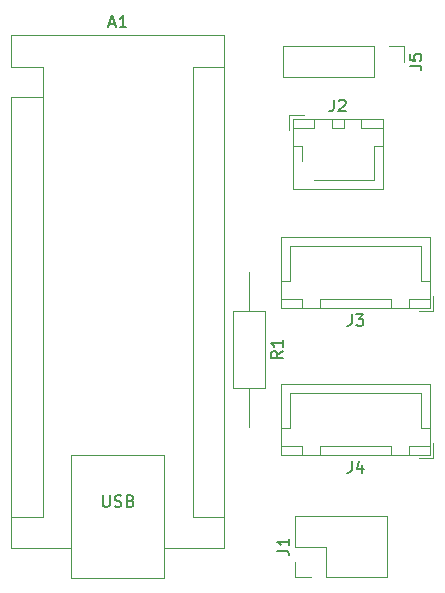
<source format=gbr>
%TF.GenerationSoftware,KiCad,Pcbnew,8.0.0*%
%TF.CreationDate,2024-03-22T16:21:54-07:00*%
%TF.ProjectId,stepper_controller_pcb,73746570-7065-4725-9f63-6f6e74726f6c,rev?*%
%TF.SameCoordinates,Original*%
%TF.FileFunction,Legend,Top*%
%TF.FilePolarity,Positive*%
%FSLAX46Y46*%
G04 Gerber Fmt 4.6, Leading zero omitted, Abs format (unit mm)*
G04 Created by KiCad (PCBNEW 8.0.0) date 2024-03-22 16:21:54*
%MOMM*%
%LPD*%
G01*
G04 APERTURE LIST*
%ADD10C,0.150000*%
%ADD11C,0.120000*%
G04 APERTURE END LIST*
D10*
X120084815Y-28488333D02*
X120799100Y-28488333D01*
X120799100Y-28488333D02*
X120941957Y-28535952D01*
X120941957Y-28535952D02*
X121037196Y-28631190D01*
X121037196Y-28631190D02*
X121084815Y-28774047D01*
X121084815Y-28774047D02*
X121084815Y-28869285D01*
X120084815Y-27535952D02*
X120084815Y-28012142D01*
X120084815Y-28012142D02*
X120561005Y-28059761D01*
X120561005Y-28059761D02*
X120513386Y-28012142D01*
X120513386Y-28012142D02*
X120465767Y-27916904D01*
X120465767Y-27916904D02*
X120465767Y-27678809D01*
X120465767Y-27678809D02*
X120513386Y-27583571D01*
X120513386Y-27583571D02*
X120561005Y-27535952D01*
X120561005Y-27535952D02*
X120656243Y-27488333D01*
X120656243Y-27488333D02*
X120894338Y-27488333D01*
X120894338Y-27488333D02*
X120989576Y-27535952D01*
X120989576Y-27535952D02*
X121037196Y-27583571D01*
X121037196Y-27583571D02*
X121084815Y-27678809D01*
X121084815Y-27678809D02*
X121084815Y-27916904D01*
X121084815Y-27916904D02*
X121037196Y-28012142D01*
X121037196Y-28012142D02*
X120989576Y-28059761D01*
X94665710Y-24929104D02*
X95141900Y-24929104D01*
X94570472Y-25214819D02*
X94903805Y-24214819D01*
X94903805Y-24214819D02*
X95237138Y-25214819D01*
X96094281Y-25214819D02*
X95522853Y-25214819D01*
X95808567Y-25214819D02*
X95808567Y-24214819D01*
X95808567Y-24214819D02*
X95713329Y-24357676D01*
X95713329Y-24357676D02*
X95618091Y-24452914D01*
X95618091Y-24452914D02*
X95522853Y-24500533D01*
X94118091Y-64854819D02*
X94118091Y-65664342D01*
X94118091Y-65664342D02*
X94165710Y-65759580D01*
X94165710Y-65759580D02*
X94213329Y-65807200D01*
X94213329Y-65807200D02*
X94308567Y-65854819D01*
X94308567Y-65854819D02*
X94499043Y-65854819D01*
X94499043Y-65854819D02*
X94594281Y-65807200D01*
X94594281Y-65807200D02*
X94641900Y-65759580D01*
X94641900Y-65759580D02*
X94689519Y-65664342D01*
X94689519Y-65664342D02*
X94689519Y-64854819D01*
X95118091Y-65807200D02*
X95260948Y-65854819D01*
X95260948Y-65854819D02*
X95499043Y-65854819D01*
X95499043Y-65854819D02*
X95594281Y-65807200D01*
X95594281Y-65807200D02*
X95641900Y-65759580D01*
X95641900Y-65759580D02*
X95689519Y-65664342D01*
X95689519Y-65664342D02*
X95689519Y-65569104D01*
X95689519Y-65569104D02*
X95641900Y-65473866D01*
X95641900Y-65473866D02*
X95594281Y-65426247D01*
X95594281Y-65426247D02*
X95499043Y-65378628D01*
X95499043Y-65378628D02*
X95308567Y-65331009D01*
X95308567Y-65331009D02*
X95213329Y-65283390D01*
X95213329Y-65283390D02*
X95165710Y-65235771D01*
X95165710Y-65235771D02*
X95118091Y-65140533D01*
X95118091Y-65140533D02*
X95118091Y-65045295D01*
X95118091Y-65045295D02*
X95165710Y-64950057D01*
X95165710Y-64950057D02*
X95213329Y-64902438D01*
X95213329Y-64902438D02*
X95308567Y-64854819D01*
X95308567Y-64854819D02*
X95546662Y-64854819D01*
X95546662Y-64854819D02*
X95689519Y-64902438D01*
X96451424Y-65331009D02*
X96594281Y-65378628D01*
X96594281Y-65378628D02*
X96641900Y-65426247D01*
X96641900Y-65426247D02*
X96689519Y-65521485D01*
X96689519Y-65521485D02*
X96689519Y-65664342D01*
X96689519Y-65664342D02*
X96641900Y-65759580D01*
X96641900Y-65759580D02*
X96594281Y-65807200D01*
X96594281Y-65807200D02*
X96499043Y-65854819D01*
X96499043Y-65854819D02*
X96118091Y-65854819D01*
X96118091Y-65854819D02*
X96118091Y-64854819D01*
X96118091Y-64854819D02*
X96451424Y-64854819D01*
X96451424Y-64854819D02*
X96546662Y-64902438D01*
X96546662Y-64902438D02*
X96594281Y-64950057D01*
X96594281Y-64950057D02*
X96641900Y-65045295D01*
X96641900Y-65045295D02*
X96641900Y-65140533D01*
X96641900Y-65140533D02*
X96594281Y-65235771D01*
X96594281Y-65235771D02*
X96546662Y-65283390D01*
X96546662Y-65283390D02*
X96451424Y-65331009D01*
X96451424Y-65331009D02*
X96118091Y-65331009D01*
X115166662Y-49529819D02*
X115166662Y-50244104D01*
X115166662Y-50244104D02*
X115119043Y-50386961D01*
X115119043Y-50386961D02*
X115023805Y-50482200D01*
X115023805Y-50482200D02*
X114880948Y-50529819D01*
X114880948Y-50529819D02*
X114785710Y-50529819D01*
X115547615Y-49529819D02*
X116166662Y-49529819D01*
X116166662Y-49529819D02*
X115833329Y-49910771D01*
X115833329Y-49910771D02*
X115976186Y-49910771D01*
X115976186Y-49910771D02*
X116071424Y-49958390D01*
X116071424Y-49958390D02*
X116119043Y-50006009D01*
X116119043Y-50006009D02*
X116166662Y-50101247D01*
X116166662Y-50101247D02*
X116166662Y-50339342D01*
X116166662Y-50339342D02*
X116119043Y-50434580D01*
X116119043Y-50434580D02*
X116071424Y-50482200D01*
X116071424Y-50482200D02*
X115976186Y-50529819D01*
X115976186Y-50529819D02*
X115690472Y-50529819D01*
X115690472Y-50529819D02*
X115595234Y-50482200D01*
X115595234Y-50482200D02*
X115547615Y-50434580D01*
X108874815Y-69538333D02*
X109589100Y-69538333D01*
X109589100Y-69538333D02*
X109731957Y-69585952D01*
X109731957Y-69585952D02*
X109827196Y-69681190D01*
X109827196Y-69681190D02*
X109874815Y-69824047D01*
X109874815Y-69824047D02*
X109874815Y-69919285D01*
X109874815Y-68538333D02*
X109874815Y-69109761D01*
X109874815Y-68824047D02*
X108874815Y-68824047D01*
X108874815Y-68824047D02*
X109017672Y-68919285D01*
X109017672Y-68919285D02*
X109112910Y-69014523D01*
X109112910Y-69014523D02*
X109160529Y-69109761D01*
X115166662Y-61979819D02*
X115166662Y-62694104D01*
X115166662Y-62694104D02*
X115119043Y-62836961D01*
X115119043Y-62836961D02*
X115023805Y-62932200D01*
X115023805Y-62932200D02*
X114880948Y-62979819D01*
X114880948Y-62979819D02*
X114785710Y-62979819D01*
X116071424Y-62313152D02*
X116071424Y-62979819D01*
X115833329Y-61932200D02*
X115595234Y-62646485D01*
X115595234Y-62646485D02*
X116214281Y-62646485D01*
X113666662Y-31354819D02*
X113666662Y-32069104D01*
X113666662Y-32069104D02*
X113619043Y-32211961D01*
X113619043Y-32211961D02*
X113523805Y-32307200D01*
X113523805Y-32307200D02*
X113380948Y-32354819D01*
X113380948Y-32354819D02*
X113285710Y-32354819D01*
X114095234Y-31450057D02*
X114142853Y-31402438D01*
X114142853Y-31402438D02*
X114238091Y-31354819D01*
X114238091Y-31354819D02*
X114476186Y-31354819D01*
X114476186Y-31354819D02*
X114571424Y-31402438D01*
X114571424Y-31402438D02*
X114619043Y-31450057D01*
X114619043Y-31450057D02*
X114666662Y-31545295D01*
X114666662Y-31545295D02*
X114666662Y-31640533D01*
X114666662Y-31640533D02*
X114619043Y-31783390D01*
X114619043Y-31783390D02*
X114047615Y-32354819D01*
X114047615Y-32354819D02*
X114666662Y-32354819D01*
X109324815Y-52666666D02*
X108848624Y-52999999D01*
X109324815Y-53238094D02*
X108324815Y-53238094D01*
X108324815Y-53238094D02*
X108324815Y-52857142D01*
X108324815Y-52857142D02*
X108372434Y-52761904D01*
X108372434Y-52761904D02*
X108420053Y-52714285D01*
X108420053Y-52714285D02*
X108515291Y-52666666D01*
X108515291Y-52666666D02*
X108658148Y-52666666D01*
X108658148Y-52666666D02*
X108753386Y-52714285D01*
X108753386Y-52714285D02*
X108801005Y-52761904D01*
X108801005Y-52761904D02*
X108848624Y-52857142D01*
X108848624Y-52857142D02*
X108848624Y-53238094D01*
X109324815Y-51714285D02*
X109324815Y-52285713D01*
X109324815Y-51999999D02*
X108324815Y-51999999D01*
X108324815Y-51999999D02*
X108467672Y-52095237D01*
X108467672Y-52095237D02*
X108562910Y-52190475D01*
X108562910Y-52190475D02*
X108610529Y-52285713D01*
D11*
%TO.C,J5*%
X109349996Y-26825000D02*
X109349996Y-29485000D01*
X117029996Y-26825000D02*
X109349996Y-26825000D01*
X117029996Y-26825000D02*
X117029996Y-29485000D01*
X117029996Y-29485000D02*
X109349996Y-29485000D01*
X118299996Y-26825000D02*
X119629996Y-26825000D01*
X119629996Y-26825000D02*
X119629996Y-28155000D01*
%TO.C,A1*%
X86359996Y-25900000D02*
X86359996Y-28570000D01*
X86359996Y-31110000D02*
X86359996Y-69340000D01*
X86359996Y-69340000D02*
X91439996Y-69340000D01*
X89029996Y-28570000D02*
X86359996Y-28570000D01*
X89029996Y-31110000D02*
X86359996Y-31110000D01*
X89029996Y-31110000D02*
X89029996Y-28570000D01*
X89029996Y-31110000D02*
X89029996Y-66670000D01*
X89029996Y-66670000D02*
X86359996Y-66670000D01*
X91439996Y-61460000D02*
X99319996Y-61460000D01*
X91439996Y-71880000D02*
X91439996Y-61460000D01*
X99319996Y-61460000D02*
X99319996Y-71880000D01*
X99319996Y-71880000D02*
X91439996Y-71880000D01*
X101729996Y-28570000D02*
X101729996Y-66670000D01*
X101729996Y-28570000D02*
X104399996Y-28570000D01*
X101729996Y-66670000D02*
X104399996Y-66670000D01*
X104399996Y-25900000D02*
X86359996Y-25900000D01*
X104399996Y-69340000D02*
X99319996Y-69340000D01*
X104399996Y-69340000D02*
X104399996Y-25900000D01*
%TO.C,J3*%
X109189996Y-43015000D02*
X109189996Y-48985000D01*
X109189996Y-48985000D02*
X121809996Y-48985000D01*
X109199996Y-46725000D02*
X109949996Y-46725000D01*
X109199996Y-48225000D02*
X109199996Y-48975000D01*
X109199996Y-48975000D02*
X110999996Y-48975000D01*
X109949996Y-43775000D02*
X115499996Y-43775000D01*
X109949996Y-46725000D02*
X109949996Y-43775000D01*
X110999996Y-48225000D02*
X109199996Y-48225000D01*
X110999996Y-48975000D02*
X110999996Y-48225000D01*
X112499996Y-48225000D02*
X112499996Y-48975000D01*
X112499996Y-48975000D02*
X118499996Y-48975000D01*
X118499996Y-48225000D02*
X112499996Y-48225000D01*
X118499996Y-48975000D02*
X118499996Y-48225000D01*
X119999996Y-48225000D02*
X119999996Y-48975000D01*
X119999996Y-48975000D02*
X121799996Y-48975000D01*
X120849996Y-49275000D02*
X122099996Y-49275000D01*
X121049996Y-43775000D02*
X115499996Y-43775000D01*
X121049996Y-46725000D02*
X121049996Y-43775000D01*
X121799996Y-46725000D02*
X121049996Y-46725000D01*
X121799996Y-48225000D02*
X119999996Y-48225000D01*
X121799996Y-48975000D02*
X121799996Y-48225000D01*
X121809996Y-43015000D02*
X109189996Y-43015000D01*
X121809996Y-48985000D02*
X121809996Y-43015000D01*
X122099996Y-49275000D02*
X122099996Y-48025000D01*
%TO.C,J1*%
X110419996Y-66605000D02*
X118159996Y-66605000D01*
X110419996Y-69205000D02*
X110419996Y-66605000D01*
X110419996Y-71805000D02*
X110419996Y-70475000D01*
X111749996Y-71805000D02*
X110419996Y-71805000D01*
X113019996Y-69205000D02*
X110419996Y-69205000D01*
X113019996Y-71805000D02*
X113019996Y-69205000D01*
X113019996Y-71805000D02*
X118159996Y-71805000D01*
X118159996Y-71805000D02*
X118159996Y-66605000D01*
%TO.C,J4*%
X109189996Y-55465000D02*
X109189996Y-61435000D01*
X109189996Y-61435000D02*
X121809996Y-61435000D01*
X109199996Y-59175000D02*
X109949996Y-59175000D01*
X109199996Y-60675000D02*
X109199996Y-61425000D01*
X109199996Y-61425000D02*
X110999996Y-61425000D01*
X109949996Y-56225000D02*
X115499996Y-56225000D01*
X109949996Y-59175000D02*
X109949996Y-56225000D01*
X110999996Y-60675000D02*
X109199996Y-60675000D01*
X110999996Y-61425000D02*
X110999996Y-60675000D01*
X112499996Y-60675000D02*
X112499996Y-61425000D01*
X112499996Y-61425000D02*
X118499996Y-61425000D01*
X118499996Y-60675000D02*
X112499996Y-60675000D01*
X118499996Y-61425000D02*
X118499996Y-60675000D01*
X119999996Y-60675000D02*
X119999996Y-61425000D01*
X119999996Y-61425000D02*
X121799996Y-61425000D01*
X120849996Y-61725000D02*
X122099996Y-61725000D01*
X121049996Y-56225000D02*
X115499996Y-56225000D01*
X121049996Y-59175000D02*
X121049996Y-56225000D01*
X121799996Y-59175000D02*
X121049996Y-59175000D01*
X121799996Y-60675000D02*
X119999996Y-60675000D01*
X121799996Y-61425000D02*
X121799996Y-60675000D01*
X121809996Y-55465000D02*
X109189996Y-55465000D01*
X121809996Y-61435000D02*
X121809996Y-55465000D01*
X122099996Y-61725000D02*
X122099996Y-60475000D01*
%TO.C,J2*%
X109899996Y-32700000D02*
X109899996Y-33950000D01*
X110189996Y-32990000D02*
X110189996Y-38960000D01*
X110189996Y-38960000D02*
X117809996Y-38960000D01*
X110199996Y-33000000D02*
X110199996Y-33750000D01*
X110199996Y-33750000D02*
X111999996Y-33750000D01*
X110199996Y-35250000D02*
X110949996Y-35250000D01*
X110949996Y-35250000D02*
X110949996Y-36590000D01*
X111149996Y-32700000D02*
X109899996Y-32700000D01*
X111999996Y-33000000D02*
X110199996Y-33000000D01*
X111999996Y-33750000D02*
X111999996Y-33000000D01*
X113499996Y-33000000D02*
X113499996Y-33750000D01*
X113499996Y-33750000D02*
X114499996Y-33750000D01*
X113999996Y-38200000D02*
X112009996Y-38200000D01*
X114499996Y-33000000D02*
X113499996Y-33000000D01*
X114499996Y-33750000D02*
X114499996Y-33000000D01*
X115999996Y-33000000D02*
X115999996Y-33750000D01*
X115999996Y-33750000D02*
X117799996Y-33750000D01*
X117049996Y-35250000D02*
X117049996Y-38200000D01*
X117049996Y-38200000D02*
X113999996Y-38200000D01*
X117799996Y-33000000D02*
X115999996Y-33000000D01*
X117799996Y-33750000D02*
X117799996Y-33000000D01*
X117799996Y-35250000D02*
X117049996Y-35250000D01*
X117809996Y-32990000D02*
X110189996Y-32990000D01*
X117809996Y-38960000D02*
X117809996Y-32990000D01*
%TO.C,R1*%
X105129996Y-49230000D02*
X105129996Y-55770000D01*
X105129996Y-55770000D02*
X107869996Y-55770000D01*
X106499996Y-45920000D02*
X106499996Y-49230000D01*
X106499996Y-59080000D02*
X106499996Y-55770000D01*
X107869996Y-49230000D02*
X105129996Y-49230000D01*
X107869996Y-55770000D02*
X107869996Y-49230000D01*
%TD*%
M02*

</source>
